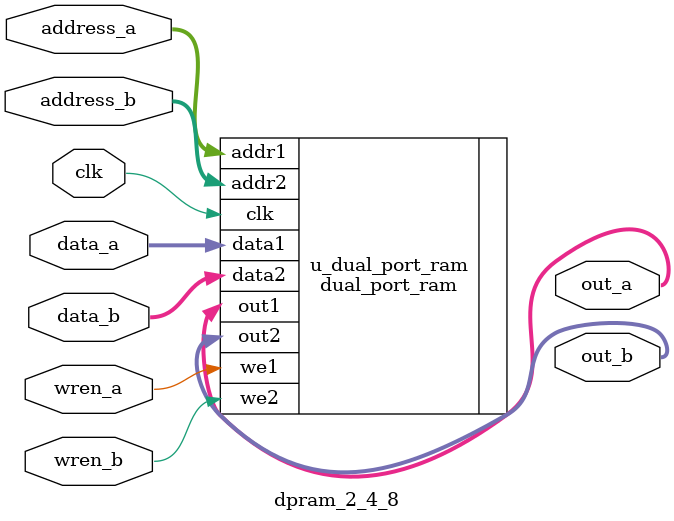
<source format=v>
module fifo_8_4(
input                      clk,
input                      reset,
input   [8-1:0]   wrdata,
input                      write,

input                       read,
output reg [8-1:0] rddata,
output reg                  full,
output reg                  empty 
);

localparam PTR_WIDTH = $clog2(4);

wire [8-1:0] data_a_nc;
wire [8-1:0] out_b_nc;

reg  [PTR_WIDTH:0]    wrptr,rdptr;
wire [PTR_WIDTH:0]    wrptr_nxt,rdptr_nxt;

assign  wrptr_nxt = write? wrptr + 1'b1: wrptr;
assign  rdptr_nxt = read? rdptr + 1'b1:rdptr ;

always@(posedge clk) begin
  if(!reset)begin
    full <= 1'b0;
  end
  else begin
    if(wrptr_nxt[PTR_WIDTH]^ rdptr_nxt[PTR_WIDTH])
  	full <= ~(|(wrptr_nxt[PTR_WIDTH-1:0]^rdptr_nxt[PTR_WIDTH-1:0]));
    else
	full <= 1'b0;
  end 
end

always@(posedge clk) begin
  if(!reset)begin
    empty <= 1'b1;
  end
  else begin
    empty <= ~(|(wrptr_nxt^rdptr_nxt));
  end 
end

always @(posedge clk) begin
 if(!reset)begin
   wrptr <= 'h0;
 end
 else begin
     wrptr <= wrptr_nxt;
 end
end

always@(posedge clk) begin
 if(!reset)begin
   rdptr <= 'h0;
 end
 else begin
     rdptr <= rdptr_nxt;
 end
end

dpram_2_4_8 ram(
	.clk(clk),
    .address_a(rdptr),
    .address_b(wrptr),
    .wren_a(0),
    .wren_b(write),
    .data_a(data_a_nc),
    .data_b(wrdata),
    .out_a(rddata),
    .out_b(out_b_nc)
);
endmodulemodule dpram_2_4_8 (
	clk,
	address_a,
	address_b,
	wren_a,
	wren_b,
	data_a,
	data_b,
	out_a,
	out_b
);

input clk;
input [(2-1):0] address_a;
input [(2-1):0] address_b;
input  wren_a;
input  wren_b;
input [(8-1):0] data_a;
input [(8-1):0] data_b;
output reg [(8-1):0] out_a;
output reg [(8-1):0] out_b;

`ifdef SIMULATION_MEMORY

reg [8-1:0] ram[4-1:0];

always @ (posedge clk) begin 
  if (wren_a) begin
      ram[address_a] <= data_a;
  end
  else begin
      out_a <= ram[address_a];
  end
end
  
always @ (posedge clk) begin 
  if (wren_b) begin
      ram[address_b] <= data_b;
  end 
  else begin
      out_b <= ram[address_b];
  end
end

`else

dual_port_ram u_dual_port_ram(
.addr1(address_a),
.we1(wren_a),
.data1(data_a),
.out1(out_a),
.addr2(address_b),
.we2(wren_b),
.data2(data_b),
.out2(out_b),
.clk(clk)
);

`endif

endmodule
</source>
